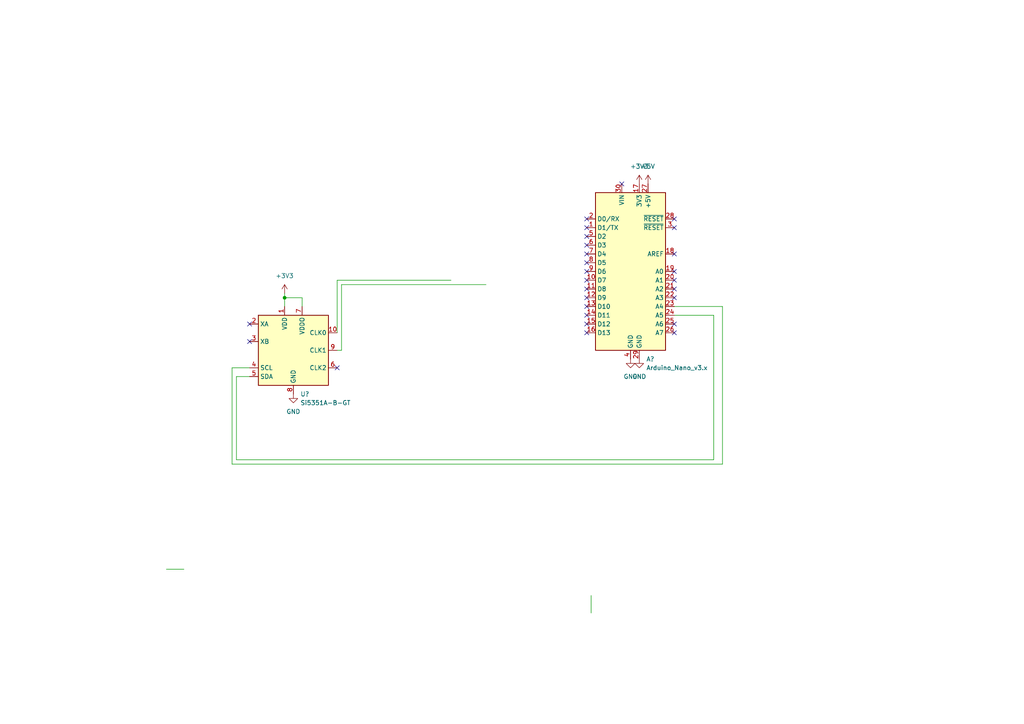
<source format=kicad_sch>
(kicad_sch (version 20211123) (generator eeschema)
  (paper "A4")
  (lib_symbols
    (symbol "MCU_Module:Arduino_Nano_v3.x"
      (property "Reference" "A" (at -10.16 23.495 0))
      (property "Value" "Arduino_Nano_v3.x" (at 5.08 -24.13 0))
      (symbol "Arduino_Nano_v3.x_0_1"
        (rectangle (start -10.16 22.86) (end 10.16 -22.86) (stroke (width 0.254)) (fill (type background)))
      )
      (symbol "Arduino_Nano_v3.x_1_1"
        (pin bidirectional line (at -12.7 12.7 0) (length 2.54) (name "D1/TX") (number "1"))
        (pin bidirectional line (at -12.7 -2.54 0) (length 2.54) (name "D7") (number "10"))
        (pin bidirectional line (at -12.7 -5.08 0) (length 2.54) (name "D8") (number "11"))
        (pin bidirectional line (at -12.7 -7.62 0) (length 2.54) (name "D9") (number "12"))
        (pin bidirectional line (at -12.7 -10.16 0) (length 2.54) (name "D10") (number "13"))
        (pin bidirectional line (at -12.7 -12.7 0) (length 2.54) (name "D11") (number "14"))
        (pin bidirectional line (at -12.7 -15.24 0) (length 2.54) (name "D12") (number "15"))
        (pin bidirectional line (at -12.7 -17.78 0) (length 2.54) (name "D13") (number "16"))
        (pin power_out line (at 2.54 25.4 270) (length 2.54) (name "3V3") (number "17"))
        (pin input line (at 12.7 5.08 180) (length 2.54) (name "AREF") (number "18"))
        (pin bidirectional line (at 12.7 0 180) (length 2.54) (name "A0") (number "19"))
        (pin bidirectional line (at -12.7 15.24 0) (length 2.54) (name "D0/RX") (number "2"))
        (pin bidirectional line (at 12.7 -2.54 180) (length 2.54) (name "A1") (number "20"))
        (pin bidirectional line (at 12.7 -5.08 180) (length 2.54) (name "A2") (number "21"))
        (pin bidirectional line (at 12.7 -7.62 180) (length 2.54) (name "A3") (number "22"))
        (pin bidirectional line (at 12.7 -10.16 180) (length 2.54) (name "A4") (number "23"))
        (pin bidirectional line (at 12.7 -12.7 180) (length 2.54) (name "A5") (number "24"))
        (pin bidirectional line (at 12.7 -15.24 180) (length 2.54) (name "A6") (number "25"))
        (pin bidirectional line (at 12.7 -17.78 180) (length 2.54) (name "A7") (number "26"))
        (pin power_out line (at 5.08 25.4 270) (length 2.54) (name "+5V") (number "27"))
        (pin input line (at 12.7 15.24 180) (length 2.54) (name "~{RESET}") (number "28"))
        (pin power_in line (at 2.54 -25.4 90) (length 2.54) (name "GND") (number "29"))
        (pin input line (at 12.7 12.7 180) (length 2.54) (name "~{RESET}") (number "3"))
        (pin power_in line (at -2.54 25.4 270) (length 2.54) (name "VIN") (number "30"))
        (pin power_in line (at 0 -25.4 90) (length 2.54) (name "GND") (number "4"))
        (pin bidirectional line (at -12.7 10.16 0) (length 2.54) (name "D2") (number "5"))
        (pin bidirectional line (at -12.7 7.62 0) (length 2.54) (name "D3") (number "6"))
        (pin bidirectional line (at -12.7 5.08 0) (length 2.54) (name "D4") (number "7"))
        (pin bidirectional line (at -12.7 2.54 0) (length 2.54) (name "D5") (number "8"))
        (pin bidirectional line (at -12.7 0 0) (length 2.54) (name "D6") (number "9"))
      )
    )
    (symbol "Oscillator:Si5351A-B-GT"
      (property "Reference" "U" (at -8.89 11.43 0))
      (property "Value" "Si5351A-B-GT" (at -12.7 -12.7 0))
      (symbol "Si5351A-B-GT_0_1"
        (rectangle (start -10.16 10.16) (end 10.16 -10.16) (stroke (width 0.254)) (fill (type background)))
      )
      (symbol "Si5351A-B-GT_1_1"
        (pin power_in line (at -2.54 12.7 270) (length 2.54) (name "VDD") (number "1"))
        (pin output line (at 12.7 5.08 180) (length 2.54) (name "CLK0") (number "10"))
        (pin input line (at -12.7 7.62 0) (length 2.54) (name "XA") (number "2"))
        (pin input line (at -12.7 2.54 0) (length 2.54) (name "XB") (number "3"))
        (pin input line (at -12.7 -5.08 0) (length 2.54) (name "SCL") (number "4"))
        (pin bidirectional line (at -12.7 -7.62 0) (length 2.54) (name "SDA") (number "5"))
        (pin output line (at 12.7 -5.08 180) (length 2.54) (name "CLK2") (number "6"))
        (pin power_in line (at 2.54 12.7 270) (length 2.54) (name "VDDO") (number "7"))
        (pin power_in line (at 0 -12.7 90) (length 2.54) (name "GND") (number "8"))
        (pin output line (at 12.7 0 180) (length 2.54) (name "CLK1") (number "9"))
      )
    )
    (symbol "power:+3.3V" (power) (pin_names (offset 0))
      (property "Value" "+3.3V" (at 0 3.556 0))
      (symbol "+3.3V_0_1"
        (polyline (pts (xy -0.762 1.27) (xy 0 2.54)))
        (polyline (pts (xy 0 0) (xy 0 2.54)))
        (polyline (pts (xy 0 2.54) (xy 0.762 1.27)))
      )
      (symbol "+3.3V_1_1"
        (pin power_in line (at 0 0 90) (length 0) hide (name "+3V3") (number "1"))
      )
    )
    (symbol "power:+5V" (power) (pin_names (offset 0))
      (property "Value" "+5V" (at 0 3.556 0))
      (symbol "+5V_0_1"
        (polyline (pts (xy -0.762 1.27) (xy 0 2.54)))
        (polyline (pts (xy 0 0) (xy 0 2.54)))
        (polyline (pts (xy 0 2.54) (xy 0.762 1.27)))
      )
      (symbol "+5V_1_1"
        (pin power_in line (at 0 0 90) (length 0) hide (name "+5V") (number "1"))
      )
    )
    (symbol "power:GND" (power) (pin_names (offset 0))
      (property "Value" "GND" (at 0 -3.81 0))
      (symbol "GND_0_1"
        (polyline (pts (xy 0 0) (xy 0 -1.27) (xy 1.27 -1.27) (xy 0 -2.54) (xy -1.27 -1.27) (xy 0 -1.27)))
      )
      (symbol "GND_1_1"
        (pin power_in line (at 0 0 270) (length 0) hide (name "GND") (number "1"))
      )
    )
  )
  (junction (at 82.55 86.36))
  (no_connect (at 195.58 63.5))
  (no_connect (at 195.58 73.66))
  (no_connect (at 170.18 81.28))
  (no_connect (at 180.34 53.34))
  (no_connect (at 72.39 93.98))
  (no_connect (at 195.58 83.82))
  (no_connect (at 170.18 68.58))
  (no_connect (at 195.58 93.98))
  (no_connect (at 195.58 86.36))
  (no_connect (at 170.18 76.2))
  (no_connect (at 170.18 83.82))
  (no_connect (at 170.18 73.66))
  (no_connect (at 195.58 78.74))
  (no_connect (at 170.18 71.12))
  (no_connect (at 170.18 63.5))
  (no_connect (at 170.18 88.9))
  (no_connect (at 195.58 66.04))
  (no_connect (at 170.18 66.04))
  (no_connect (at 97.79 106.68))
  (no_connect (at 170.18 86.36))
  (no_connect (at 170.18 96.52))
  (no_connect (at 170.18 91.44))
  (no_connect (at 195.58 81.28))
  (no_connect (at 170.18 78.74))
  (no_connect (at 195.58 96.52))
  (no_connect (at 72.39 99.06))
  (no_connect (at 170.18 93.98))
  (wire (pts (xy 97.79 81.28) (xy 97.79 96.52)))
  (wire (pts (xy 67.31 106.68) (xy 67.31 134.62)))
  (wire (pts (xy 195.58 91.44) (xy 207.01 91.44)))
  (wire (pts (xy 207.01 133.35) (xy 68.58 133.35)))
  (wire (pts (xy 99.06 101.6) (xy 99.06 82.55)))
  (wire (pts (xy 130.81 81.28) (xy 97.79 81.28)))
  (wire (pts (xy 82.55 85.09) (xy 82.55 86.36)))
  (wire (pts (xy 68.58 133.35) (xy 68.58 109.22)))
  (wire (pts (xy 53.34 165.1) (xy 48.26 165.1)))
  (wire (pts (xy 68.58 109.22) (xy 72.39 109.22)))
  (wire (pts (xy 72.39 106.68) (xy 67.31 106.68)))
  (wire (pts (xy 209.55 134.62) (xy 209.55 88.9)))
  (wire (pts (xy 67.31 134.62) (xy 209.55 134.62)))
  (wire (pts (xy 82.55 86.36) (xy 82.55 88.9)))
  (wire (pts (xy 97.79 101.6) (xy 99.06 101.6)))
  (wire (pts (xy 99.06 82.55) (xy 140.97 82.55)))
  (wire (pts (xy 82.55 86.36) (xy 87.63 86.36)))
  (wire (pts (xy 207.01 91.44) (xy 207.01 133.35)))
  (wire (pts (xy 171.45 172.72) (xy 171.45 177.8)))
  (wire (pts (xy 87.63 86.36) (xy 87.63 88.9)))
  (wire (pts (xy 209.55 88.9) (xy 195.58 88.9)))
  (symbol (lib_id "MCU_Module:Arduino_Nano_v3.x") (at 182.88 78.74 0) (unit 1)
    (property "Reference" "A?" (at 187.4394 104.14 0) (effects (justify left)))
    (property "Value" "Arduino_Nano_v3.x" (at 187.4394 106.68 0) (effects (justify left)))
    (property "Footprint" "Module:Arduino_Nano" (effects hide))
    (property "Datasheet" "http://www.mouser.com/pdfdocs/Gravitech_Arduino_Nano3_0.pdf" (effects hide))
  )
  (symbol (lib_id "power:GND") (at 85.09 114.3 0) (unit 1)
    (property "Reference" "#PWR?" (effects hide))
    (property "Value" "GND" (at 85.09 119.38 0))
  )
  (symbol (lib_id "power:+3.3V") (at 185.42 53.34 0) (unit 1)
    (property "Reference" "#PWR?" (effects hide))
    (property "Value" "+3.3V" (at 185.42 48.26 0))
  )
  (symbol (lib_id "Oscillator:Si5351A-B-GT") (at 85.09 101.6 0) (unit 1)
    (property "Reference" "U?" (at 87.1094 114.3 0) (effects (justify left)))
    (property "Value" "Si5351A-B-GT" (at 87.1094 116.84 0) (effects (justify left)))
    (property "Footprint" "Package_SO:MSOP-10_3x3mm_P0.5mm" (effects hide))
    (property "Datasheet" "https://www.silabs.com/documents/public/data-sheets/Si5351-B.pdf" (effects hide))
  )
  (symbol (lib_id "power:+5V") (at 187.96 53.34 0) (unit 1)
    (property "Reference" "#PWR?" (effects hide))
    (property "Value" "+5V" (at 187.96 48.26 0))
  )
  (symbol (lib_id "power:+3.3V") (at 82.55 85.09 0) (unit 1)
    (property "Reference" "#PWR?" (effects hide))
    (property "Value" "+3.3V" (at 82.55 80.01 0))
  )
  (symbol (lib_id "power:GND") (at 185.42 104.14 0) (unit 1)
    (property "Reference" "#PWR?" (effects hide))
    (property "Value" "GND" (at 185.42 109.22 0))
  )
  (symbol (lib_id "power:GND") (at 182.88 104.14 0) (unit 1)
    (property "Reference" "#PWR?" (effects hide))
    (property "Value" "GND" (at 182.88 109.22 0))
  )
)
</source>
